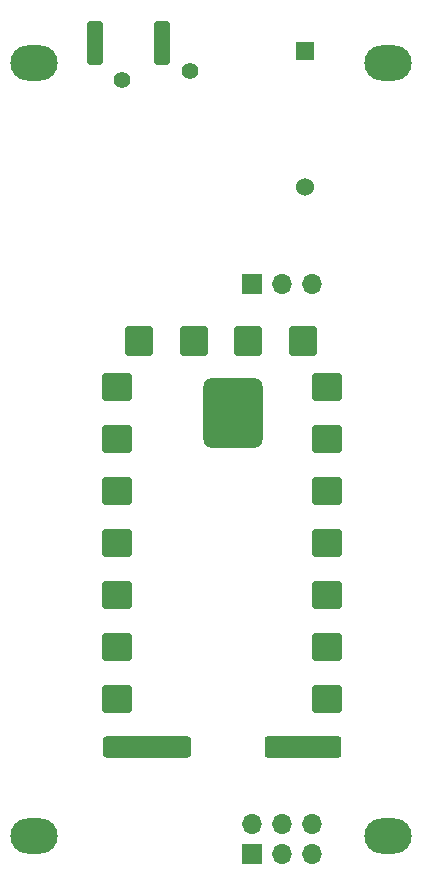
<source format=gbr>
%TF.GenerationSoftware,KiCad,Pcbnew,9.0.0*%
%TF.CreationDate,2025-06-23T21:15:43-05:00*%
%TF.ProjectId,ptSolar,7074536f-6c61-4722-9e6b-696361645f70,rev?*%
%TF.SameCoordinates,Original*%
%TF.FileFunction,Soldermask,Bot*%
%TF.FilePolarity,Negative*%
%FSLAX46Y46*%
G04 Gerber Fmt 4.6, Leading zero omitted, Abs format (unit mm)*
G04 Created by KiCad (PCBNEW 9.0.0) date 2025-06-23 21:15:43*
%MOMM*%
%LPD*%
G01*
G04 APERTURE LIST*
G04 Aperture macros list*
%AMRoundRect*
0 Rectangle with rounded corners*
0 $1 Rounding radius*
0 $2 $3 $4 $5 $6 $7 $8 $9 X,Y pos of 4 corners*
0 Add a 4 corners polygon primitive as box body*
4,1,4,$2,$3,$4,$5,$6,$7,$8,$9,$2,$3,0*
0 Add four circle primitives for the rounded corners*
1,1,$1+$1,$2,$3*
1,1,$1+$1,$4,$5*
1,1,$1+$1,$6,$7*
1,1,$1+$1,$8,$9*
0 Add four rect primitives between the rounded corners*
20,1,$1+$1,$2,$3,$4,$5,0*
20,1,$1+$1,$4,$5,$6,$7,0*
20,1,$1+$1,$6,$7,$8,$9,0*
20,1,$1+$1,$8,$9,$2,$3,0*%
G04 Aperture macros list end*
%ADD10O,4.000000X3.000000*%
%ADD11C,1.400000*%
%ADD12RoundRect,0.250000X0.425000X1.600000X-0.425000X1.600000X-0.425000X-1.600000X0.425000X-1.600000X0*%
%ADD13R,1.700000X1.700000*%
%ADD14O,1.700000X1.700000*%
%ADD15R,1.524000X1.524000*%
%ADD16C,1.524000*%
%ADD17RoundRect,0.115000X-1.135000X-1.035000X1.135000X-1.035000X1.135000X1.035000X-1.135000X1.035000X0*%
%ADD18RoundRect,0.115000X-1.035000X-1.135000X1.035000X-1.135000X1.035000X1.135000X-1.035000X1.135000X0*%
%ADD19RoundRect,0.270000X-3.480000X-0.630000X3.480000X-0.630000X3.480000X0.630000X-3.480000X0.630000X0*%
%ADD20RoundRect,0.270000X-2.980000X-0.630000X2.980000X-0.630000X2.980000X0.630000X-2.980000X0.630000X0*%
%ADD21RoundRect,0.750000X-1.750000X-2.250000X1.750000X-2.250000X1.750000X2.250000X-1.750000X2.250000X0*%
G04 APERTURE END LIST*
D10*
%TO.C,PV1*%
X137250000Y-72000000D03*
X137250000Y-137500000D03*
%TD*%
D11*
%TO.C,ANT2b1*%
X150500000Y-72750000D03*
%TD*%
D10*
%TO.C,PV2*%
X167250000Y-72000000D03*
X167250000Y-137500000D03*
%TD*%
D11*
%TO.C,ANT2a1*%
X144750000Y-73500000D03*
%TD*%
D12*
%TO.C,ANT2*%
X142425000Y-70350000D03*
X148075000Y-70350000D03*
%TD*%
D13*
%TO.C,J1*%
X155700000Y-139000000D03*
D14*
X155700000Y-136460000D03*
X158240000Y-139000000D03*
X158240000Y-136460000D03*
X160780000Y-139000000D03*
X160780000Y-136460000D03*
%TD*%
D13*
%TO.C,J2*%
X155720000Y-90740000D03*
D14*
X158260000Y-90740000D03*
X160800000Y-90740000D03*
%TD*%
D15*
%TO.C,C1*%
X160250000Y-71000000D03*
D16*
X160250000Y-82500000D03*
%TD*%
D17*
%TO.C,U3*%
X162065000Y-125860000D03*
X162065000Y-121460000D03*
X162065000Y-117060000D03*
X162065000Y-112660000D03*
X162065000Y-108260000D03*
X162065000Y-103860000D03*
X162065000Y-99460000D03*
D18*
X160065000Y-95560000D03*
X155431666Y-95560000D03*
X150798333Y-95560000D03*
X146165000Y-95560000D03*
D17*
X144265000Y-99460000D03*
X144265000Y-103860000D03*
X144265000Y-108260000D03*
X144265000Y-112660000D03*
X144265000Y-117060000D03*
X144265000Y-121460000D03*
X144265000Y-125860000D03*
D19*
X146815000Y-129910000D03*
D20*
X160065000Y-129910000D03*
D21*
X154165000Y-101660000D03*
%TD*%
M02*

</source>
